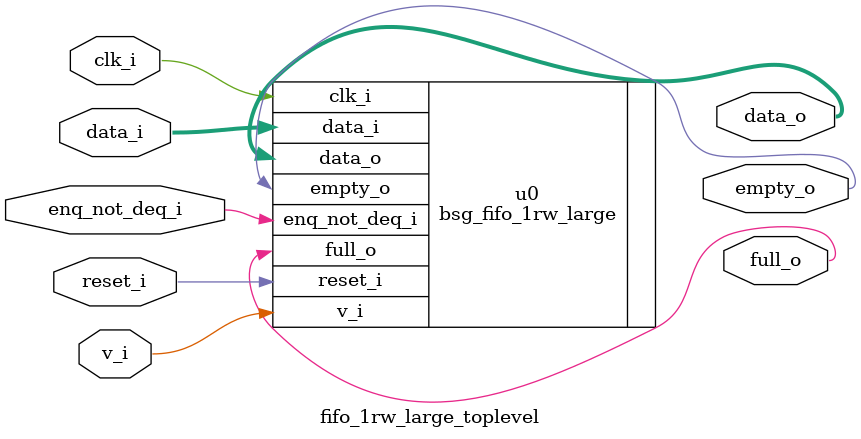
<source format=v>
module fifo_1rw_large_toplevel #(parameter width_p = 0
                     , parameter els_p = 0
		     , parameter verbose_p = 0
                     )
   (input                  clk_i
    , input                reset_i
    , input [width_p-1:0]  data_i
    , input                v_i
    , input                enq_not_deq_i

    // full and empty are richer
    // than ready_enq and ready_deq
    // which could mean just this cycle

    , output full_o
    , output empty_o
    , output [width_p-1:0] data_o
    );


   bsg_fifo_1rw_large #(.width_p(width_p), .els_p(els_p), .verbose_p(verbose_p)) u0 (.clk_i(clk_i), .reset_i(reset_i), .data_i(data_i), .v_i(v_i), .enq_not_deq_i(enq_not_deq_i), .full_o(full_o), .empty_o(empty_o), .data_o(data_o));

endmodule

</source>
